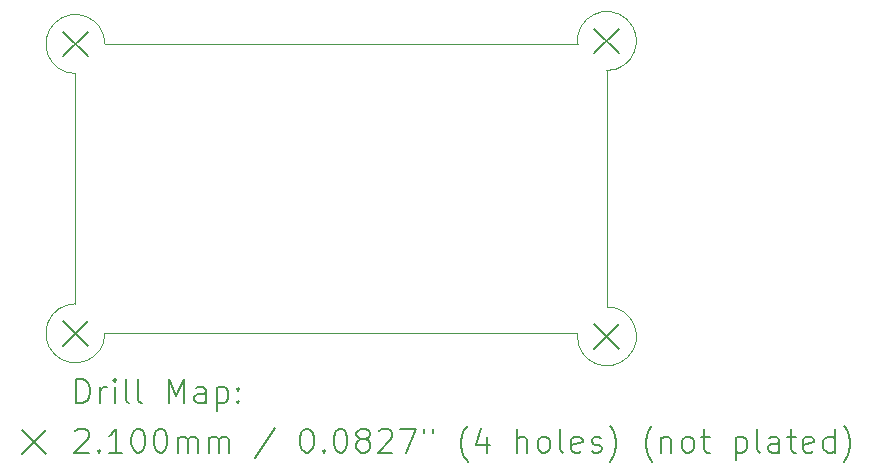
<source format=gbr>
%TF.GenerationSoftware,KiCad,Pcbnew,8.0.5*%
%TF.CreationDate,2024-12-04T08:57:26+06:00*%
%TF.ProjectId,MCU Datalogger,4d435520-4461-4746-916c-6f676765722e,rev?*%
%TF.SameCoordinates,Original*%
%TF.FileFunction,Drillmap*%
%TF.FilePolarity,Positive*%
%FSLAX45Y45*%
G04 Gerber Fmt 4.5, Leading zero omitted, Abs format (unit mm)*
G04 Created by KiCad (PCBNEW 8.0.5) date 2024-12-04 08:57:26*
%MOMM*%
%LPD*%
G01*
G04 APERTURE LIST*
%ADD10C,0.050000*%
%ADD11C,0.200000*%
%ADD12C,0.210000*%
G04 APERTURE END LIST*
D10*
X9000000Y-8200000D02*
X9000000Y-6250000D01*
X9000000Y-6250000D02*
G75*
G02*
X9250000Y-6000000I0J250000D01*
G01*
X9250000Y-8450000D02*
G75*
G02*
X9000000Y-8200000I-250000J0D01*
G01*
X13500000Y-6225000D02*
X13500000Y-8225000D01*
X13500000Y-8225000D02*
G75*
G02*
X13250000Y-8475000I0J-250000D01*
G01*
X9250000Y-6000000D02*
X13251241Y-5999876D01*
X9250000Y-8450000D02*
X13250000Y-8450000D01*
X13250000Y-8475000D02*
X13250000Y-8450000D01*
X13251241Y-5999876D02*
G75*
G02*
X13500000Y-6225000I248759J24876D01*
G01*
D11*
D12*
X8895000Y-5895000D02*
X9105000Y-6105000D01*
X9105000Y-5895000D02*
X8895000Y-6105000D01*
X8895000Y-8345000D02*
X9105000Y-8555000D01*
X9105000Y-8345000D02*
X8895000Y-8555000D01*
X13395000Y-5870000D02*
X13605000Y-6080000D01*
X13605000Y-5870000D02*
X13395000Y-6080000D01*
X13395000Y-8370000D02*
X13605000Y-8580000D01*
X13605000Y-8370000D02*
X13395000Y-8580000D01*
D11*
X9008277Y-9038984D02*
X9008277Y-8838984D01*
X9008277Y-8838984D02*
X9055896Y-8838984D01*
X9055896Y-8838984D02*
X9084467Y-8848508D01*
X9084467Y-8848508D02*
X9103515Y-8867555D01*
X9103515Y-8867555D02*
X9113039Y-8886603D01*
X9113039Y-8886603D02*
X9122563Y-8924698D01*
X9122563Y-8924698D02*
X9122563Y-8953270D01*
X9122563Y-8953270D02*
X9113039Y-8991365D01*
X9113039Y-8991365D02*
X9103515Y-9010412D01*
X9103515Y-9010412D02*
X9084467Y-9029460D01*
X9084467Y-9029460D02*
X9055896Y-9038984D01*
X9055896Y-9038984D02*
X9008277Y-9038984D01*
X9208277Y-9038984D02*
X9208277Y-8905650D01*
X9208277Y-8943746D02*
X9217801Y-8924698D01*
X9217801Y-8924698D02*
X9227324Y-8915174D01*
X9227324Y-8915174D02*
X9246372Y-8905650D01*
X9246372Y-8905650D02*
X9265420Y-8905650D01*
X9332086Y-9038984D02*
X9332086Y-8905650D01*
X9332086Y-8838984D02*
X9322563Y-8848508D01*
X9322563Y-8848508D02*
X9332086Y-8858031D01*
X9332086Y-8858031D02*
X9341610Y-8848508D01*
X9341610Y-8848508D02*
X9332086Y-8838984D01*
X9332086Y-8838984D02*
X9332086Y-8858031D01*
X9455896Y-9038984D02*
X9436848Y-9029460D01*
X9436848Y-9029460D02*
X9427324Y-9010412D01*
X9427324Y-9010412D02*
X9427324Y-8838984D01*
X9560658Y-9038984D02*
X9541610Y-9029460D01*
X9541610Y-9029460D02*
X9532086Y-9010412D01*
X9532086Y-9010412D02*
X9532086Y-8838984D01*
X9789229Y-9038984D02*
X9789229Y-8838984D01*
X9789229Y-8838984D02*
X9855896Y-8981841D01*
X9855896Y-8981841D02*
X9922563Y-8838984D01*
X9922563Y-8838984D02*
X9922563Y-9038984D01*
X10103515Y-9038984D02*
X10103515Y-8934222D01*
X10103515Y-8934222D02*
X10093991Y-8915174D01*
X10093991Y-8915174D02*
X10074944Y-8905650D01*
X10074944Y-8905650D02*
X10036848Y-8905650D01*
X10036848Y-8905650D02*
X10017801Y-8915174D01*
X10103515Y-9029460D02*
X10084467Y-9038984D01*
X10084467Y-9038984D02*
X10036848Y-9038984D01*
X10036848Y-9038984D02*
X10017801Y-9029460D01*
X10017801Y-9029460D02*
X10008277Y-9010412D01*
X10008277Y-9010412D02*
X10008277Y-8991365D01*
X10008277Y-8991365D02*
X10017801Y-8972317D01*
X10017801Y-8972317D02*
X10036848Y-8962793D01*
X10036848Y-8962793D02*
X10084467Y-8962793D01*
X10084467Y-8962793D02*
X10103515Y-8953270D01*
X10198753Y-8905650D02*
X10198753Y-9105650D01*
X10198753Y-8915174D02*
X10217801Y-8905650D01*
X10217801Y-8905650D02*
X10255896Y-8905650D01*
X10255896Y-8905650D02*
X10274944Y-8915174D01*
X10274944Y-8915174D02*
X10284467Y-8924698D01*
X10284467Y-8924698D02*
X10293991Y-8943746D01*
X10293991Y-8943746D02*
X10293991Y-9000889D01*
X10293991Y-9000889D02*
X10284467Y-9019936D01*
X10284467Y-9019936D02*
X10274944Y-9029460D01*
X10274944Y-9029460D02*
X10255896Y-9038984D01*
X10255896Y-9038984D02*
X10217801Y-9038984D01*
X10217801Y-9038984D02*
X10198753Y-9029460D01*
X10379705Y-9019936D02*
X10389229Y-9029460D01*
X10389229Y-9029460D02*
X10379705Y-9038984D01*
X10379705Y-9038984D02*
X10370182Y-9029460D01*
X10370182Y-9029460D02*
X10379705Y-9019936D01*
X10379705Y-9019936D02*
X10379705Y-9038984D01*
X10379705Y-8915174D02*
X10389229Y-8924698D01*
X10389229Y-8924698D02*
X10379705Y-8934222D01*
X10379705Y-8934222D02*
X10370182Y-8924698D01*
X10370182Y-8924698D02*
X10379705Y-8915174D01*
X10379705Y-8915174D02*
X10379705Y-8934222D01*
X8547500Y-9267500D02*
X8747500Y-9467500D01*
X8747500Y-9267500D02*
X8547500Y-9467500D01*
X8998753Y-9278031D02*
X9008277Y-9268508D01*
X9008277Y-9268508D02*
X9027324Y-9258984D01*
X9027324Y-9258984D02*
X9074944Y-9258984D01*
X9074944Y-9258984D02*
X9093991Y-9268508D01*
X9093991Y-9268508D02*
X9103515Y-9278031D01*
X9103515Y-9278031D02*
X9113039Y-9297079D01*
X9113039Y-9297079D02*
X9113039Y-9316127D01*
X9113039Y-9316127D02*
X9103515Y-9344698D01*
X9103515Y-9344698D02*
X8989229Y-9458984D01*
X8989229Y-9458984D02*
X9113039Y-9458984D01*
X9198753Y-9439936D02*
X9208277Y-9449460D01*
X9208277Y-9449460D02*
X9198753Y-9458984D01*
X9198753Y-9458984D02*
X9189229Y-9449460D01*
X9189229Y-9449460D02*
X9198753Y-9439936D01*
X9198753Y-9439936D02*
X9198753Y-9458984D01*
X9398753Y-9458984D02*
X9284467Y-9458984D01*
X9341610Y-9458984D02*
X9341610Y-9258984D01*
X9341610Y-9258984D02*
X9322563Y-9287555D01*
X9322563Y-9287555D02*
X9303515Y-9306603D01*
X9303515Y-9306603D02*
X9284467Y-9316127D01*
X9522563Y-9258984D02*
X9541610Y-9258984D01*
X9541610Y-9258984D02*
X9560658Y-9268508D01*
X9560658Y-9268508D02*
X9570182Y-9278031D01*
X9570182Y-9278031D02*
X9579705Y-9297079D01*
X9579705Y-9297079D02*
X9589229Y-9335174D01*
X9589229Y-9335174D02*
X9589229Y-9382793D01*
X9589229Y-9382793D02*
X9579705Y-9420889D01*
X9579705Y-9420889D02*
X9570182Y-9439936D01*
X9570182Y-9439936D02*
X9560658Y-9449460D01*
X9560658Y-9449460D02*
X9541610Y-9458984D01*
X9541610Y-9458984D02*
X9522563Y-9458984D01*
X9522563Y-9458984D02*
X9503515Y-9449460D01*
X9503515Y-9449460D02*
X9493991Y-9439936D01*
X9493991Y-9439936D02*
X9484467Y-9420889D01*
X9484467Y-9420889D02*
X9474944Y-9382793D01*
X9474944Y-9382793D02*
X9474944Y-9335174D01*
X9474944Y-9335174D02*
X9484467Y-9297079D01*
X9484467Y-9297079D02*
X9493991Y-9278031D01*
X9493991Y-9278031D02*
X9503515Y-9268508D01*
X9503515Y-9268508D02*
X9522563Y-9258984D01*
X9713039Y-9258984D02*
X9732086Y-9258984D01*
X9732086Y-9258984D02*
X9751134Y-9268508D01*
X9751134Y-9268508D02*
X9760658Y-9278031D01*
X9760658Y-9278031D02*
X9770182Y-9297079D01*
X9770182Y-9297079D02*
X9779705Y-9335174D01*
X9779705Y-9335174D02*
X9779705Y-9382793D01*
X9779705Y-9382793D02*
X9770182Y-9420889D01*
X9770182Y-9420889D02*
X9760658Y-9439936D01*
X9760658Y-9439936D02*
X9751134Y-9449460D01*
X9751134Y-9449460D02*
X9732086Y-9458984D01*
X9732086Y-9458984D02*
X9713039Y-9458984D01*
X9713039Y-9458984D02*
X9693991Y-9449460D01*
X9693991Y-9449460D02*
X9684467Y-9439936D01*
X9684467Y-9439936D02*
X9674944Y-9420889D01*
X9674944Y-9420889D02*
X9665420Y-9382793D01*
X9665420Y-9382793D02*
X9665420Y-9335174D01*
X9665420Y-9335174D02*
X9674944Y-9297079D01*
X9674944Y-9297079D02*
X9684467Y-9278031D01*
X9684467Y-9278031D02*
X9693991Y-9268508D01*
X9693991Y-9268508D02*
X9713039Y-9258984D01*
X9865420Y-9458984D02*
X9865420Y-9325650D01*
X9865420Y-9344698D02*
X9874944Y-9335174D01*
X9874944Y-9335174D02*
X9893991Y-9325650D01*
X9893991Y-9325650D02*
X9922563Y-9325650D01*
X9922563Y-9325650D02*
X9941610Y-9335174D01*
X9941610Y-9335174D02*
X9951134Y-9354222D01*
X9951134Y-9354222D02*
X9951134Y-9458984D01*
X9951134Y-9354222D02*
X9960658Y-9335174D01*
X9960658Y-9335174D02*
X9979705Y-9325650D01*
X9979705Y-9325650D02*
X10008277Y-9325650D01*
X10008277Y-9325650D02*
X10027325Y-9335174D01*
X10027325Y-9335174D02*
X10036848Y-9354222D01*
X10036848Y-9354222D02*
X10036848Y-9458984D01*
X10132086Y-9458984D02*
X10132086Y-9325650D01*
X10132086Y-9344698D02*
X10141610Y-9335174D01*
X10141610Y-9335174D02*
X10160658Y-9325650D01*
X10160658Y-9325650D02*
X10189229Y-9325650D01*
X10189229Y-9325650D02*
X10208277Y-9335174D01*
X10208277Y-9335174D02*
X10217801Y-9354222D01*
X10217801Y-9354222D02*
X10217801Y-9458984D01*
X10217801Y-9354222D02*
X10227325Y-9335174D01*
X10227325Y-9335174D02*
X10246372Y-9325650D01*
X10246372Y-9325650D02*
X10274944Y-9325650D01*
X10274944Y-9325650D02*
X10293991Y-9335174D01*
X10293991Y-9335174D02*
X10303515Y-9354222D01*
X10303515Y-9354222D02*
X10303515Y-9458984D01*
X10693991Y-9249460D02*
X10522563Y-9506603D01*
X10951134Y-9258984D02*
X10970182Y-9258984D01*
X10970182Y-9258984D02*
X10989229Y-9268508D01*
X10989229Y-9268508D02*
X10998753Y-9278031D01*
X10998753Y-9278031D02*
X11008277Y-9297079D01*
X11008277Y-9297079D02*
X11017801Y-9335174D01*
X11017801Y-9335174D02*
X11017801Y-9382793D01*
X11017801Y-9382793D02*
X11008277Y-9420889D01*
X11008277Y-9420889D02*
X10998753Y-9439936D01*
X10998753Y-9439936D02*
X10989229Y-9449460D01*
X10989229Y-9449460D02*
X10970182Y-9458984D01*
X10970182Y-9458984D02*
X10951134Y-9458984D01*
X10951134Y-9458984D02*
X10932087Y-9449460D01*
X10932087Y-9449460D02*
X10922563Y-9439936D01*
X10922563Y-9439936D02*
X10913039Y-9420889D01*
X10913039Y-9420889D02*
X10903515Y-9382793D01*
X10903515Y-9382793D02*
X10903515Y-9335174D01*
X10903515Y-9335174D02*
X10913039Y-9297079D01*
X10913039Y-9297079D02*
X10922563Y-9278031D01*
X10922563Y-9278031D02*
X10932087Y-9268508D01*
X10932087Y-9268508D02*
X10951134Y-9258984D01*
X11103515Y-9439936D02*
X11113039Y-9449460D01*
X11113039Y-9449460D02*
X11103515Y-9458984D01*
X11103515Y-9458984D02*
X11093991Y-9449460D01*
X11093991Y-9449460D02*
X11103515Y-9439936D01*
X11103515Y-9439936D02*
X11103515Y-9458984D01*
X11236848Y-9258984D02*
X11255896Y-9258984D01*
X11255896Y-9258984D02*
X11274944Y-9268508D01*
X11274944Y-9268508D02*
X11284467Y-9278031D01*
X11284467Y-9278031D02*
X11293991Y-9297079D01*
X11293991Y-9297079D02*
X11303515Y-9335174D01*
X11303515Y-9335174D02*
X11303515Y-9382793D01*
X11303515Y-9382793D02*
X11293991Y-9420889D01*
X11293991Y-9420889D02*
X11284467Y-9439936D01*
X11284467Y-9439936D02*
X11274944Y-9449460D01*
X11274944Y-9449460D02*
X11255896Y-9458984D01*
X11255896Y-9458984D02*
X11236848Y-9458984D01*
X11236848Y-9458984D02*
X11217801Y-9449460D01*
X11217801Y-9449460D02*
X11208277Y-9439936D01*
X11208277Y-9439936D02*
X11198753Y-9420889D01*
X11198753Y-9420889D02*
X11189229Y-9382793D01*
X11189229Y-9382793D02*
X11189229Y-9335174D01*
X11189229Y-9335174D02*
X11198753Y-9297079D01*
X11198753Y-9297079D02*
X11208277Y-9278031D01*
X11208277Y-9278031D02*
X11217801Y-9268508D01*
X11217801Y-9268508D02*
X11236848Y-9258984D01*
X11417801Y-9344698D02*
X11398753Y-9335174D01*
X11398753Y-9335174D02*
X11389229Y-9325650D01*
X11389229Y-9325650D02*
X11379706Y-9306603D01*
X11379706Y-9306603D02*
X11379706Y-9297079D01*
X11379706Y-9297079D02*
X11389229Y-9278031D01*
X11389229Y-9278031D02*
X11398753Y-9268508D01*
X11398753Y-9268508D02*
X11417801Y-9258984D01*
X11417801Y-9258984D02*
X11455896Y-9258984D01*
X11455896Y-9258984D02*
X11474944Y-9268508D01*
X11474944Y-9268508D02*
X11484467Y-9278031D01*
X11484467Y-9278031D02*
X11493991Y-9297079D01*
X11493991Y-9297079D02*
X11493991Y-9306603D01*
X11493991Y-9306603D02*
X11484467Y-9325650D01*
X11484467Y-9325650D02*
X11474944Y-9335174D01*
X11474944Y-9335174D02*
X11455896Y-9344698D01*
X11455896Y-9344698D02*
X11417801Y-9344698D01*
X11417801Y-9344698D02*
X11398753Y-9354222D01*
X11398753Y-9354222D02*
X11389229Y-9363746D01*
X11389229Y-9363746D02*
X11379706Y-9382793D01*
X11379706Y-9382793D02*
X11379706Y-9420889D01*
X11379706Y-9420889D02*
X11389229Y-9439936D01*
X11389229Y-9439936D02*
X11398753Y-9449460D01*
X11398753Y-9449460D02*
X11417801Y-9458984D01*
X11417801Y-9458984D02*
X11455896Y-9458984D01*
X11455896Y-9458984D02*
X11474944Y-9449460D01*
X11474944Y-9449460D02*
X11484467Y-9439936D01*
X11484467Y-9439936D02*
X11493991Y-9420889D01*
X11493991Y-9420889D02*
X11493991Y-9382793D01*
X11493991Y-9382793D02*
X11484467Y-9363746D01*
X11484467Y-9363746D02*
X11474944Y-9354222D01*
X11474944Y-9354222D02*
X11455896Y-9344698D01*
X11570182Y-9278031D02*
X11579706Y-9268508D01*
X11579706Y-9268508D02*
X11598753Y-9258984D01*
X11598753Y-9258984D02*
X11646372Y-9258984D01*
X11646372Y-9258984D02*
X11665420Y-9268508D01*
X11665420Y-9268508D02*
X11674944Y-9278031D01*
X11674944Y-9278031D02*
X11684467Y-9297079D01*
X11684467Y-9297079D02*
X11684467Y-9316127D01*
X11684467Y-9316127D02*
X11674944Y-9344698D01*
X11674944Y-9344698D02*
X11560658Y-9458984D01*
X11560658Y-9458984D02*
X11684467Y-9458984D01*
X11751134Y-9258984D02*
X11884467Y-9258984D01*
X11884467Y-9258984D02*
X11798753Y-9458984D01*
X11951134Y-9258984D02*
X11951134Y-9297079D01*
X12027325Y-9258984D02*
X12027325Y-9297079D01*
X12322563Y-9535174D02*
X12313039Y-9525650D01*
X12313039Y-9525650D02*
X12293991Y-9497079D01*
X12293991Y-9497079D02*
X12284468Y-9478031D01*
X12284468Y-9478031D02*
X12274944Y-9449460D01*
X12274944Y-9449460D02*
X12265420Y-9401841D01*
X12265420Y-9401841D02*
X12265420Y-9363746D01*
X12265420Y-9363746D02*
X12274944Y-9316127D01*
X12274944Y-9316127D02*
X12284468Y-9287555D01*
X12284468Y-9287555D02*
X12293991Y-9268508D01*
X12293991Y-9268508D02*
X12313039Y-9239936D01*
X12313039Y-9239936D02*
X12322563Y-9230412D01*
X12484468Y-9325650D02*
X12484468Y-9458984D01*
X12436848Y-9249460D02*
X12389229Y-9392317D01*
X12389229Y-9392317D02*
X12513039Y-9392317D01*
X12741610Y-9458984D02*
X12741610Y-9258984D01*
X12827325Y-9458984D02*
X12827325Y-9354222D01*
X12827325Y-9354222D02*
X12817801Y-9335174D01*
X12817801Y-9335174D02*
X12798753Y-9325650D01*
X12798753Y-9325650D02*
X12770182Y-9325650D01*
X12770182Y-9325650D02*
X12751134Y-9335174D01*
X12751134Y-9335174D02*
X12741610Y-9344698D01*
X12951134Y-9458984D02*
X12932087Y-9449460D01*
X12932087Y-9449460D02*
X12922563Y-9439936D01*
X12922563Y-9439936D02*
X12913039Y-9420889D01*
X12913039Y-9420889D02*
X12913039Y-9363746D01*
X12913039Y-9363746D02*
X12922563Y-9344698D01*
X12922563Y-9344698D02*
X12932087Y-9335174D01*
X12932087Y-9335174D02*
X12951134Y-9325650D01*
X12951134Y-9325650D02*
X12979706Y-9325650D01*
X12979706Y-9325650D02*
X12998753Y-9335174D01*
X12998753Y-9335174D02*
X13008277Y-9344698D01*
X13008277Y-9344698D02*
X13017801Y-9363746D01*
X13017801Y-9363746D02*
X13017801Y-9420889D01*
X13017801Y-9420889D02*
X13008277Y-9439936D01*
X13008277Y-9439936D02*
X12998753Y-9449460D01*
X12998753Y-9449460D02*
X12979706Y-9458984D01*
X12979706Y-9458984D02*
X12951134Y-9458984D01*
X13132087Y-9458984D02*
X13113039Y-9449460D01*
X13113039Y-9449460D02*
X13103515Y-9430412D01*
X13103515Y-9430412D02*
X13103515Y-9258984D01*
X13284468Y-9449460D02*
X13265420Y-9458984D01*
X13265420Y-9458984D02*
X13227325Y-9458984D01*
X13227325Y-9458984D02*
X13208277Y-9449460D01*
X13208277Y-9449460D02*
X13198753Y-9430412D01*
X13198753Y-9430412D02*
X13198753Y-9354222D01*
X13198753Y-9354222D02*
X13208277Y-9335174D01*
X13208277Y-9335174D02*
X13227325Y-9325650D01*
X13227325Y-9325650D02*
X13265420Y-9325650D01*
X13265420Y-9325650D02*
X13284468Y-9335174D01*
X13284468Y-9335174D02*
X13293991Y-9354222D01*
X13293991Y-9354222D02*
X13293991Y-9373270D01*
X13293991Y-9373270D02*
X13198753Y-9392317D01*
X13370182Y-9449460D02*
X13389230Y-9458984D01*
X13389230Y-9458984D02*
X13427325Y-9458984D01*
X13427325Y-9458984D02*
X13446372Y-9449460D01*
X13446372Y-9449460D02*
X13455896Y-9430412D01*
X13455896Y-9430412D02*
X13455896Y-9420889D01*
X13455896Y-9420889D02*
X13446372Y-9401841D01*
X13446372Y-9401841D02*
X13427325Y-9392317D01*
X13427325Y-9392317D02*
X13398753Y-9392317D01*
X13398753Y-9392317D02*
X13379706Y-9382793D01*
X13379706Y-9382793D02*
X13370182Y-9363746D01*
X13370182Y-9363746D02*
X13370182Y-9354222D01*
X13370182Y-9354222D02*
X13379706Y-9335174D01*
X13379706Y-9335174D02*
X13398753Y-9325650D01*
X13398753Y-9325650D02*
X13427325Y-9325650D01*
X13427325Y-9325650D02*
X13446372Y-9335174D01*
X13522563Y-9535174D02*
X13532087Y-9525650D01*
X13532087Y-9525650D02*
X13551134Y-9497079D01*
X13551134Y-9497079D02*
X13560658Y-9478031D01*
X13560658Y-9478031D02*
X13570182Y-9449460D01*
X13570182Y-9449460D02*
X13579706Y-9401841D01*
X13579706Y-9401841D02*
X13579706Y-9363746D01*
X13579706Y-9363746D02*
X13570182Y-9316127D01*
X13570182Y-9316127D02*
X13560658Y-9287555D01*
X13560658Y-9287555D02*
X13551134Y-9268508D01*
X13551134Y-9268508D02*
X13532087Y-9239936D01*
X13532087Y-9239936D02*
X13522563Y-9230412D01*
X13884468Y-9535174D02*
X13874944Y-9525650D01*
X13874944Y-9525650D02*
X13855896Y-9497079D01*
X13855896Y-9497079D02*
X13846372Y-9478031D01*
X13846372Y-9478031D02*
X13836849Y-9449460D01*
X13836849Y-9449460D02*
X13827325Y-9401841D01*
X13827325Y-9401841D02*
X13827325Y-9363746D01*
X13827325Y-9363746D02*
X13836849Y-9316127D01*
X13836849Y-9316127D02*
X13846372Y-9287555D01*
X13846372Y-9287555D02*
X13855896Y-9268508D01*
X13855896Y-9268508D02*
X13874944Y-9239936D01*
X13874944Y-9239936D02*
X13884468Y-9230412D01*
X13960658Y-9325650D02*
X13960658Y-9458984D01*
X13960658Y-9344698D02*
X13970182Y-9335174D01*
X13970182Y-9335174D02*
X13989230Y-9325650D01*
X13989230Y-9325650D02*
X14017801Y-9325650D01*
X14017801Y-9325650D02*
X14036849Y-9335174D01*
X14036849Y-9335174D02*
X14046372Y-9354222D01*
X14046372Y-9354222D02*
X14046372Y-9458984D01*
X14170182Y-9458984D02*
X14151134Y-9449460D01*
X14151134Y-9449460D02*
X14141611Y-9439936D01*
X14141611Y-9439936D02*
X14132087Y-9420889D01*
X14132087Y-9420889D02*
X14132087Y-9363746D01*
X14132087Y-9363746D02*
X14141611Y-9344698D01*
X14141611Y-9344698D02*
X14151134Y-9335174D01*
X14151134Y-9335174D02*
X14170182Y-9325650D01*
X14170182Y-9325650D02*
X14198753Y-9325650D01*
X14198753Y-9325650D02*
X14217801Y-9335174D01*
X14217801Y-9335174D02*
X14227325Y-9344698D01*
X14227325Y-9344698D02*
X14236849Y-9363746D01*
X14236849Y-9363746D02*
X14236849Y-9420889D01*
X14236849Y-9420889D02*
X14227325Y-9439936D01*
X14227325Y-9439936D02*
X14217801Y-9449460D01*
X14217801Y-9449460D02*
X14198753Y-9458984D01*
X14198753Y-9458984D02*
X14170182Y-9458984D01*
X14293992Y-9325650D02*
X14370182Y-9325650D01*
X14322563Y-9258984D02*
X14322563Y-9430412D01*
X14322563Y-9430412D02*
X14332087Y-9449460D01*
X14332087Y-9449460D02*
X14351134Y-9458984D01*
X14351134Y-9458984D02*
X14370182Y-9458984D01*
X14589230Y-9325650D02*
X14589230Y-9525650D01*
X14589230Y-9335174D02*
X14608277Y-9325650D01*
X14608277Y-9325650D02*
X14646373Y-9325650D01*
X14646373Y-9325650D02*
X14665420Y-9335174D01*
X14665420Y-9335174D02*
X14674944Y-9344698D01*
X14674944Y-9344698D02*
X14684468Y-9363746D01*
X14684468Y-9363746D02*
X14684468Y-9420889D01*
X14684468Y-9420889D02*
X14674944Y-9439936D01*
X14674944Y-9439936D02*
X14665420Y-9449460D01*
X14665420Y-9449460D02*
X14646373Y-9458984D01*
X14646373Y-9458984D02*
X14608277Y-9458984D01*
X14608277Y-9458984D02*
X14589230Y-9449460D01*
X14798753Y-9458984D02*
X14779706Y-9449460D01*
X14779706Y-9449460D02*
X14770182Y-9430412D01*
X14770182Y-9430412D02*
X14770182Y-9258984D01*
X14960658Y-9458984D02*
X14960658Y-9354222D01*
X14960658Y-9354222D02*
X14951134Y-9335174D01*
X14951134Y-9335174D02*
X14932087Y-9325650D01*
X14932087Y-9325650D02*
X14893992Y-9325650D01*
X14893992Y-9325650D02*
X14874944Y-9335174D01*
X14960658Y-9449460D02*
X14941611Y-9458984D01*
X14941611Y-9458984D02*
X14893992Y-9458984D01*
X14893992Y-9458984D02*
X14874944Y-9449460D01*
X14874944Y-9449460D02*
X14865420Y-9430412D01*
X14865420Y-9430412D02*
X14865420Y-9411365D01*
X14865420Y-9411365D02*
X14874944Y-9392317D01*
X14874944Y-9392317D02*
X14893992Y-9382793D01*
X14893992Y-9382793D02*
X14941611Y-9382793D01*
X14941611Y-9382793D02*
X14960658Y-9373270D01*
X15027325Y-9325650D02*
X15103515Y-9325650D01*
X15055896Y-9258984D02*
X15055896Y-9430412D01*
X15055896Y-9430412D02*
X15065420Y-9449460D01*
X15065420Y-9449460D02*
X15084468Y-9458984D01*
X15084468Y-9458984D02*
X15103515Y-9458984D01*
X15246373Y-9449460D02*
X15227325Y-9458984D01*
X15227325Y-9458984D02*
X15189230Y-9458984D01*
X15189230Y-9458984D02*
X15170182Y-9449460D01*
X15170182Y-9449460D02*
X15160658Y-9430412D01*
X15160658Y-9430412D02*
X15160658Y-9354222D01*
X15160658Y-9354222D02*
X15170182Y-9335174D01*
X15170182Y-9335174D02*
X15189230Y-9325650D01*
X15189230Y-9325650D02*
X15227325Y-9325650D01*
X15227325Y-9325650D02*
X15246373Y-9335174D01*
X15246373Y-9335174D02*
X15255896Y-9354222D01*
X15255896Y-9354222D02*
X15255896Y-9373270D01*
X15255896Y-9373270D02*
X15160658Y-9392317D01*
X15427325Y-9458984D02*
X15427325Y-9258984D01*
X15427325Y-9449460D02*
X15408277Y-9458984D01*
X15408277Y-9458984D02*
X15370182Y-9458984D01*
X15370182Y-9458984D02*
X15351134Y-9449460D01*
X15351134Y-9449460D02*
X15341611Y-9439936D01*
X15341611Y-9439936D02*
X15332087Y-9420889D01*
X15332087Y-9420889D02*
X15332087Y-9363746D01*
X15332087Y-9363746D02*
X15341611Y-9344698D01*
X15341611Y-9344698D02*
X15351134Y-9335174D01*
X15351134Y-9335174D02*
X15370182Y-9325650D01*
X15370182Y-9325650D02*
X15408277Y-9325650D01*
X15408277Y-9325650D02*
X15427325Y-9335174D01*
X15503515Y-9535174D02*
X15513039Y-9525650D01*
X15513039Y-9525650D02*
X15532087Y-9497079D01*
X15532087Y-9497079D02*
X15541611Y-9478031D01*
X15541611Y-9478031D02*
X15551134Y-9449460D01*
X15551134Y-9449460D02*
X15560658Y-9401841D01*
X15560658Y-9401841D02*
X15560658Y-9363746D01*
X15560658Y-9363746D02*
X15551134Y-9316127D01*
X15551134Y-9316127D02*
X15541611Y-9287555D01*
X15541611Y-9287555D02*
X15532087Y-9268508D01*
X15532087Y-9268508D02*
X15513039Y-9239936D01*
X15513039Y-9239936D02*
X15503515Y-9230412D01*
M02*

</source>
